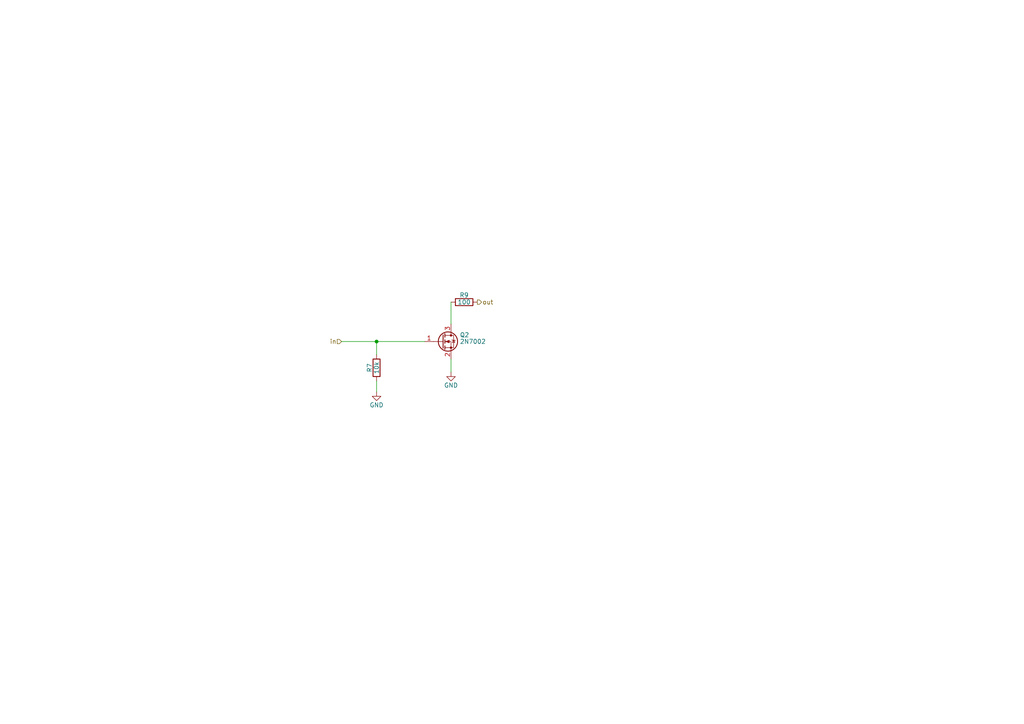
<source format=kicad_sch>
(kicad_sch (version 20250114) (generator "eeschema") (generator_version "9.0")
  (paper "A4")
  (lib_symbols
    (symbol "Device:R" (pin_numbers (hide yes)) (pin_names (offset 0))
      (property "Reference" "R" (at 2.032 0 90))
      (property "Value" "R" (at 0 0 90))
      (symbol "R_0_1"
        (rectangle (start -1.016 -2.54) (end 1.016 2.54) (stroke (width 0.254)))
      )
      (symbol "R_1_1"
        (pin passive line (at 0 3.81 270) (length 1.27) (name "~") (number "1"))
        (pin passive line (at 0 -3.81 90) (length 1.27) (name "~") (number "2"))
      )
    )
    (symbol "Transistor_FET:BSS138" (pin_names (hide yes))
      (property "Reference" "Q" (at 5.08 1.905 0))
      (property "Value" "BSS138" (at 5.08 0 0))
      (symbol "BSS138_0_1"
        (polyline (pts (xy 0.254 1.905) (xy 0.254 -1.905)) (stroke (width 0.254)))
        (polyline (pts (xy 0.254 0) (xy -2.54 0)))
        (polyline (pts (xy 0.762 2.286) (xy 0.762 1.27)) (stroke (width 0.254)))
        (polyline (pts (xy 0.762 0.508) (xy 0.762 -0.508)) (stroke (width 0.254)))
        (polyline (pts (xy 0.762 -1.27) (xy 0.762 -2.286)) (stroke (width 0.254)))
        (polyline (pts (xy 0.762 -1.778) (xy 3.302 -1.778) (xy 3.302 1.778) (xy 0.762 1.778)))
        (polyline (pts (xy 1.016 0) (xy 2.032 0.381) (xy 2.032 -0.381) (xy 1.016 0)) (fill (type outline)))
        (circle (center 1.651 0) (radius 2.794) (stroke (width 0.254)))
        (polyline (pts (xy 2.54 2.54) (xy 2.54 1.778)))
        (circle (center 2.54 1.778) (radius 0.254) (fill (type outline)))
        (circle (center 2.54 -1.778) (radius 0.254) (fill (type outline)))
        (polyline (pts (xy 2.54 -2.54) (xy 2.54 0) (xy 0.762 0)))
        (polyline (pts (xy 2.794 0.508) (xy 2.921 0.381) (xy 3.683 0.381) (xy 3.81 0.254)))
        (polyline (pts (xy 3.302 0.381) (xy 2.921 -0.254) (xy 3.683 -0.254) (xy 3.302 0.381)))
      )
      (symbol "BSS138_1_1"
        (pin input line (at -5.08 0 0) (length 2.54) (name "G") (number "1"))
        (pin passive line (at 2.54 5.08 270) (length 2.54) (name "D") (number "3"))
        (pin passive line (at 2.54 -5.08 90) (length 2.54) (name "S") (number "2"))
      )
    )
    (symbol "power:GND" (power) (pin_names (offset 0))
      (property "Value" "GND" (at 0 -3.81 0))
      (symbol "GND_0_1"
        (polyline (pts (xy 0 0) (xy 0 -1.27) (xy 1.27 -1.27) (xy 0 -2.54) (xy -1.27 -1.27) (xy 0 -1.27)))
      )
      (symbol "GND_1_1"
        (pin power_in line (at 0 0 270) (length 0) (hide yes) (name "GND") (number "1"))
      )
    )
  )
  (junction (at 109.22 99.06))
  (wire (pts (xy 99.06 99.06) (xy 109.22 99.06)))
  (wire (pts (xy 109.22 110.49) (xy 109.22 113.665)))
  (wire (pts (xy 130.81 104.14) (xy 130.81 107.95)))
  (wire (pts (xy 109.22 99.06) (xy 109.22 102.87)))
  (wire (pts (xy 109.22 99.06) (xy 123.19 99.06)))
  (wire (pts (xy 130.81 87.63) (xy 130.81 93.98)))
  (hierarchical_label "out" (shape output) (at 138.43 87.63 0))
  (hierarchical_label "in" (shape input) (at 99.06 99.06 180))
  (symbol (lib_id "power:GND") (at 109.22 113.665 0) (unit 1)
    (property "Reference" "#PWR044" (effects (hide yes)))
    (property "Value" "GND" (at 109.22 117.475 0))
    (instances (project "PCB" (path "" (reference "#PWR05") (unit 1)) (path "" (reference "#PWR025") (unit 1)) (path "" (reference "#PWR027") (unit 1)) (path "" (reference "#PWR044") (unit 1))))
  )
  (symbol (lib_id "power:GND") (at 130.81 107.95 0) (unit 1)
    (property "Reference" "#PWR023" (effects (hide yes)))
    (property "Value" "GND" (at 130.81 111.76 0))
    (instances (project "PCB" (path "" (reference "#PWR024") (unit 1)) (path "" (reference "#PWR026") (unit 1)) (path "" (reference "#PWR028") (unit 1)) (path "" (reference "#PWR023") (unit 1))))
  )
  (symbol (lib_id "Device:R") (at 134.62 87.63 90) (unit 1)
    (property "Reference" "R8" (at 134.62 85.598 90))
    (property "Value" "100" (at 134.62 87.63 90))
    (property "Footprint" "Resistor_SMD:R_0805_2012Metric_Pad1.20x1.40mm_HandSolder" (effects (hide yes)))
    (property "JL Part#" "C17408" (effects (hide yes)))
    (instances (project "PCB" (path "" (reference "R9") (unit 1)) (path "" (reference "R11") (unit 1)) (path "" (reference "R13") (unit 1)) (path "" (reference "R8") (unit 1))))
  )
  (symbol (lib_id "Transistor_FET:BSS138") (at 128.27 99.06 0) (unit 1)
    (property "Reference" "Q1" (at 133.35 97.155 0) (effects (justify left)))
    (property "Value" "2N7002" (at 133.35 99.06 0) (effects (justify left)))
    (property "Footprint" "Package_TO_SOT_THT:TO-92" (effects (hide yes)))
    (property "Datasheet" "https://jlcpcb.com/api/file/downloadByFileSystemAccessId/8550724090244980736" (effects (hide yes)))
    (property "Description" "60V 115mA 200mW 7.5Ω@10V,500mA 2.5V@250uA 1 N-Channel SOT-23 MOSFETs" (effects (hide yes)))
    (property "JL Part#" "C8545" (effects (hide yes)))
    (instances (project "PCB" (path "" (reference "Q2") (unit 1)) (path "" (reference "Q3") (unit 1)) (path "" (reference "Q4") (unit 1)) (path "" (reference "Q1") (unit 1))))
  )
  (symbol (lib_id "Device:R") (at 109.22 106.68 180) (unit 1)
    (property "Reference" "R15" (at 107.188 106.68 90))
    (property "Value" "10k" (at 109.22 106.68 90))
    (property "Footprint" "Resistor_SMD:R_0805_2012Metric_Pad1.20x1.40mm_HandSolder" (effects (hide yes)))
    (property "JL Part#" "C17414" (effects (hide yes)))
    (instances (project "PCB" (path "" (reference "R7") (unit 1)) (path "" (reference "R10") (unit 1)) (path "" (reference "R12") (unit 1)) (path "" (reference "R15") (unit 1))))
  )
)
</source>
